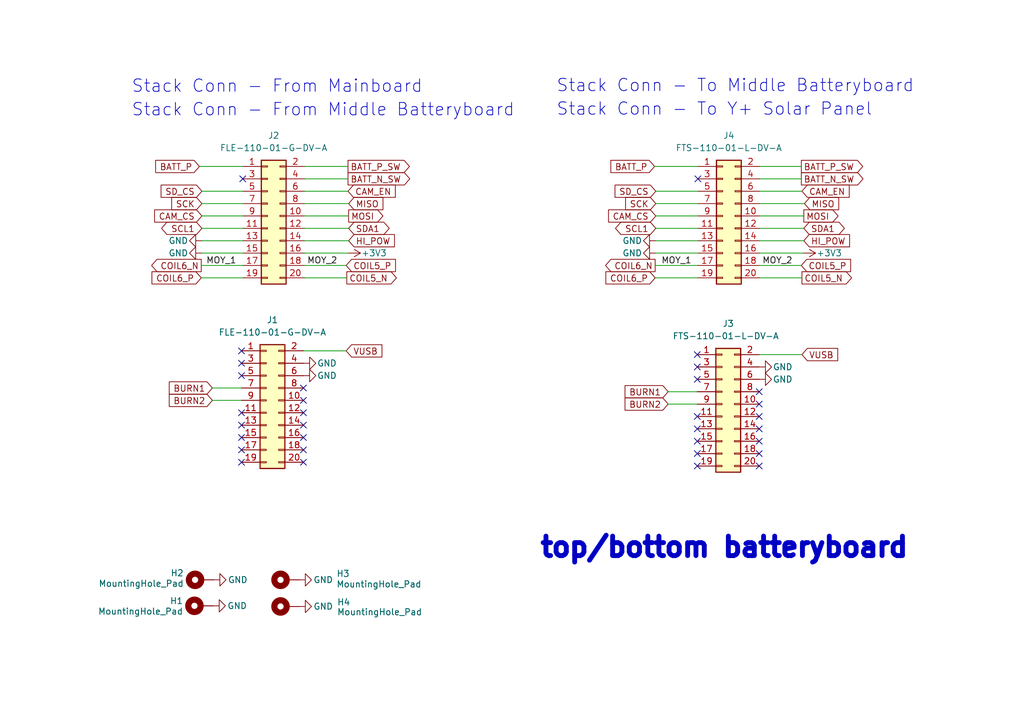
<source format=kicad_sch>
(kicad_sch (version 20211123) (generator eeschema)

  (uuid cc4a9289-e86b-4adc-9840-de6d33438674)

  (paper "A5")

  (title_block
    (title "PyCubed Mini")
    (date "2022-08-20")
    (rev "v02")
    (company "RExLab Carnegie Mellon University")
    (comment 1 "N. Khera")
    (comment 2 "Z. Manchester")
  )

  (lib_symbols
    (symbol "Connector_Generic:Conn_02x10_Odd_Even" (pin_names (offset 1.016) hide) (in_bom yes) (on_board yes)
      (property "Reference" "J" (id 0) (at 1.27 12.7 0)
        (effects (font (size 1.27 1.27)))
      )
      (property "Value" "Conn_02x10_Odd_Even" (id 1) (at 1.27 -15.24 0)
        (effects (font (size 1.27 1.27)))
      )
      (property "Footprint" "" (id 2) (at 0 0 0)
        (effects (font (size 1.27 1.27)) hide)
      )
      (property "Datasheet" "~" (id 3) (at 0 0 0)
        (effects (font (size 1.27 1.27)) hide)
      )
      (property "ki_keywords" "connector" (id 4) (at 0 0 0)
        (effects (font (size 1.27 1.27)) hide)
      )
      (property "ki_description" "Generic connector, double row, 02x10, odd/even pin numbering scheme (row 1 odd numbers, row 2 even numbers), script generated (kicad-library-utils/schlib/autogen/connector/)" (id 5) (at 0 0 0)
        (effects (font (size 1.27 1.27)) hide)
      )
      (property "ki_fp_filters" "Connector*:*_2x??_*" (id 6) (at 0 0 0)
        (effects (font (size 1.27 1.27)) hide)
      )
      (symbol "Conn_02x10_Odd_Even_1_1"
        (rectangle (start -1.27 -12.573) (end 0 -12.827)
          (stroke (width 0.1524) (type default) (color 0 0 0 0))
          (fill (type none))
        )
        (rectangle (start -1.27 -10.033) (end 0 -10.287)
          (stroke (width 0.1524) (type default) (color 0 0 0 0))
          (fill (type none))
        )
        (rectangle (start -1.27 -7.493) (end 0 -7.747)
          (stroke (width 0.1524) (type default) (color 0 0 0 0))
          (fill (type none))
        )
        (rectangle (start -1.27 -4.953) (end 0 -5.207)
          (stroke (width 0.1524) (type default) (color 0 0 0 0))
          (fill (type none))
        )
        (rectangle (start -1.27 -2.413) (end 0 -2.667)
          (stroke (width 0.1524) (type default) (color 0 0 0 0))
          (fill (type none))
        )
        (rectangle (start -1.27 0.127) (end 0 -0.127)
          (stroke (width 0.1524) (type default) (color 0 0 0 0))
          (fill (type none))
        )
        (rectangle (start -1.27 2.667) (end 0 2.413)
          (stroke (width 0.1524) (type default) (color 0 0 0 0))
          (fill (type none))
        )
        (rectangle (start -1.27 5.207) (end 0 4.953)
          (stroke (width 0.1524) (type default) (color 0 0 0 0))
          (fill (type none))
        )
        (rectangle (start -1.27 7.747) (end 0 7.493)
          (stroke (width 0.1524) (type default) (color 0 0 0 0))
          (fill (type none))
        )
        (rectangle (start -1.27 10.287) (end 0 10.033)
          (stroke (width 0.1524) (type default) (color 0 0 0 0))
          (fill (type none))
        )
        (rectangle (start -1.27 11.43) (end 3.81 -13.97)
          (stroke (width 0.254) (type default) (color 0 0 0 0))
          (fill (type background))
        )
        (rectangle (start 3.81 -12.573) (end 2.54 -12.827)
          (stroke (width 0.1524) (type default) (color 0 0 0 0))
          (fill (type none))
        )
        (rectangle (start 3.81 -10.033) (end 2.54 -10.287)
          (stroke (width 0.1524) (type default) (color 0 0 0 0))
          (fill (type none))
        )
        (rectangle (start 3.81 -7.493) (end 2.54 -7.747)
          (stroke (width 0.1524) (type default) (color 0 0 0 0))
          (fill (type none))
        )
        (rectangle (start 3.81 -4.953) (end 2.54 -5.207)
          (stroke (width 0.1524) (type default) (color 0 0 0 0))
          (fill (type none))
        )
        (rectangle (start 3.81 -2.413) (end 2.54 -2.667)
          (stroke (width 0.1524) (type default) (color 0 0 0 0))
          (fill (type none))
        )
        (rectangle (start 3.81 0.127) (end 2.54 -0.127)
          (stroke (width 0.1524) (type default) (color 0 0 0 0))
          (fill (type none))
        )
        (rectangle (start 3.81 2.667) (end 2.54 2.413)
          (stroke (width 0.1524) (type default) (color 0 0 0 0))
          (fill (type none))
        )
        (rectangle (start 3.81 5.207) (end 2.54 4.953)
          (stroke (width 0.1524) (type default) (color 0 0 0 0))
          (fill (type none))
        )
        (rectangle (start 3.81 7.747) (end 2.54 7.493)
          (stroke (width 0.1524) (type default) (color 0 0 0 0))
          (fill (type none))
        )
        (rectangle (start 3.81 10.287) (end 2.54 10.033)
          (stroke (width 0.1524) (type default) (color 0 0 0 0))
          (fill (type none))
        )
        (pin passive line (at -5.08 10.16 0) (length 3.81)
          (name "Pin_1" (effects (font (size 1.27 1.27))))
          (number "1" (effects (font (size 1.27 1.27))))
        )
        (pin passive line (at 7.62 0 180) (length 3.81)
          (name "Pin_10" (effects (font (size 1.27 1.27))))
          (number "10" (effects (font (size 1.27 1.27))))
        )
        (pin passive line (at -5.08 -2.54 0) (length 3.81)
          (name "Pin_11" (effects (font (size 1.27 1.27))))
          (number "11" (effects (font (size 1.27 1.27))))
        )
        (pin passive line (at 7.62 -2.54 180) (length 3.81)
          (name "Pin_12" (effects (font (size 1.27 1.27))))
          (number "12" (effects (font (size 1.27 1.27))))
        )
        (pin passive line (at -5.08 -5.08 0) (length 3.81)
          (name "Pin_13" (effects (font (size 1.27 1.27))))
          (number "13" (effects (font (size 1.27 1.27))))
        )
        (pin passive line (at 7.62 -5.08 180) (length 3.81)
          (name "Pin_14" (effects (font (size 1.27 1.27))))
          (number "14" (effects (font (size 1.27 1.27))))
        )
        (pin passive line (at -5.08 -7.62 0) (length 3.81)
          (name "Pin_15" (effects (font (size 1.27 1.27))))
          (number "15" (effects (font (size 1.27 1.27))))
        )
        (pin passive line (at 7.62 -7.62 180) (length 3.81)
          (name "Pin_16" (effects (font (size 1.27 1.27))))
          (number "16" (effects (font (size 1.27 1.27))))
        )
        (pin passive line (at -5.08 -10.16 0) (length 3.81)
          (name "Pin_17" (effects (font (size 1.27 1.27))))
          (number "17" (effects (font (size 1.27 1.27))))
        )
        (pin passive line (at 7.62 -10.16 180) (length 3.81)
          (name "Pin_18" (effects (font (size 1.27 1.27))))
          (number "18" (effects (font (size 1.27 1.27))))
        )
        (pin passive line (at -5.08 -12.7 0) (length 3.81)
          (name "Pin_19" (effects (font (size 1.27 1.27))))
          (number "19" (effects (font (size 1.27 1.27))))
        )
        (pin passive line (at 7.62 10.16 180) (length 3.81)
          (name "Pin_2" (effects (font (size 1.27 1.27))))
          (number "2" (effects (font (size 1.27 1.27))))
        )
        (pin passive line (at 7.62 -12.7 180) (length 3.81)
          (name "Pin_20" (effects (font (size 1.27 1.27))))
          (number "20" (effects (font (size 1.27 1.27))))
        )
        (pin passive line (at -5.08 7.62 0) (length 3.81)
          (name "Pin_3" (effects (font (size 1.27 1.27))))
          (number "3" (effects (font (size 1.27 1.27))))
        )
        (pin passive line (at 7.62 7.62 180) (length 3.81)
          (name "Pin_4" (effects (font (size 1.27 1.27))))
          (number "4" (effects (font (size 1.27 1.27))))
        )
        (pin passive line (at -5.08 5.08 0) (length 3.81)
          (name "Pin_5" (effects (font (size 1.27 1.27))))
          (number "5" (effects (font (size 1.27 1.27))))
        )
        (pin passive line (at 7.62 5.08 180) (length 3.81)
          (name "Pin_6" (effects (font (size 1.27 1.27))))
          (number "6" (effects (font (size 1.27 1.27))))
        )
        (pin passive line (at -5.08 2.54 0) (length 3.81)
          (name "Pin_7" (effects (font (size 1.27 1.27))))
          (number "7" (effects (font (size 1.27 1.27))))
        )
        (pin passive line (at 7.62 2.54 180) (length 3.81)
          (name "Pin_8" (effects (font (size 1.27 1.27))))
          (number "8" (effects (font (size 1.27 1.27))))
        )
        (pin passive line (at -5.08 0 0) (length 3.81)
          (name "Pin_9" (effects (font (size 1.27 1.27))))
          (number "9" (effects (font (size 1.27 1.27))))
        )
      )
    )
    (symbol "Mechanical:MountingHole_Pad" (pin_numbers hide) (pin_names (offset 1.016) hide) (in_bom yes) (on_board yes)
      (property "Reference" "H" (id 0) (at 0 6.35 0)
        (effects (font (size 1.27 1.27)))
      )
      (property "Value" "MountingHole_Pad" (id 1) (at 0 4.445 0)
        (effects (font (size 1.27 1.27)))
      )
      (property "Footprint" "" (id 2) (at 0 0 0)
        (effects (font (size 1.27 1.27)) hide)
      )
      (property "Datasheet" "~" (id 3) (at 0 0 0)
        (effects (font (size 1.27 1.27)) hide)
      )
      (property "ki_keywords" "mounting hole" (id 4) (at 0 0 0)
        (effects (font (size 1.27 1.27)) hide)
      )
      (property "ki_description" "Mounting Hole with connection" (id 5) (at 0 0 0)
        (effects (font (size 1.27 1.27)) hide)
      )
      (property "ki_fp_filters" "MountingHole*Pad*" (id 6) (at 0 0 0)
        (effects (font (size 1.27 1.27)) hide)
      )
      (symbol "MountingHole_Pad_0_1"
        (circle (center 0 1.27) (radius 1.27)
          (stroke (width 1.27) (type default) (color 0 0 0 0))
          (fill (type none))
        )
      )
      (symbol "MountingHole_Pad_1_1"
        (pin input line (at 0 -2.54 90) (length 2.54)
          (name "1" (effects (font (size 1.27 1.27))))
          (number "1" (effects (font (size 1.27 1.27))))
        )
      )
    )
    (symbol "power:+3V3" (power) (pin_names (offset 0)) (in_bom yes) (on_board yes)
      (property "Reference" "#PWR" (id 0) (at 0 -3.81 0)
        (effects (font (size 1.27 1.27)) hide)
      )
      (property "Value" "+3V3" (id 1) (at 0 3.556 0)
        (effects (font (size 1.27 1.27)))
      )
      (property "Footprint" "" (id 2) (at 0 0 0)
        (effects (font (size 1.27 1.27)) hide)
      )
      (property "Datasheet" "" (id 3) (at 0 0 0)
        (effects (font (size 1.27 1.27)) hide)
      )
      (property "ki_keywords" "power-flag" (id 4) (at 0 0 0)
        (effects (font (size 1.27 1.27)) hide)
      )
      (property "ki_description" "Power symbol creates a global label with name \"+3V3\"" (id 5) (at 0 0 0)
        (effects (font (size 1.27 1.27)) hide)
      )
      (symbol "+3V3_0_1"
        (polyline
          (pts
            (xy -0.762 1.27)
            (xy 0 2.54)
          )
          (stroke (width 0) (type default) (color 0 0 0 0))
          (fill (type none))
        )
        (polyline
          (pts
            (xy 0 0)
            (xy 0 2.54)
          )
          (stroke (width 0) (type default) (color 0 0 0 0))
          (fill (type none))
        )
        (polyline
          (pts
            (xy 0 2.54)
            (xy 0.762 1.27)
          )
          (stroke (width 0) (type default) (color 0 0 0 0))
          (fill (type none))
        )
      )
      (symbol "+3V3_1_1"
        (pin power_in line (at 0 0 90) (length 0) hide
          (name "+3V3" (effects (font (size 1.27 1.27))))
          (number "1" (effects (font (size 1.27 1.27))))
        )
      )
    )
    (symbol "power:GND" (power) (pin_names (offset 0)) (in_bom yes) (on_board yes)
      (property "Reference" "#PWR" (id 0) (at 0 -6.35 0)
        (effects (font (size 1.27 1.27)) hide)
      )
      (property "Value" "GND" (id 1) (at 0 -3.81 0)
        (effects (font (size 1.27 1.27)))
      )
      (property "Footprint" "" (id 2) (at 0 0 0)
        (effects (font (size 1.27 1.27)) hide)
      )
      (property "Datasheet" "" (id 3) (at 0 0 0)
        (effects (font (size 1.27 1.27)) hide)
      )
      (property "ki_keywords" "power-flag" (id 4) (at 0 0 0)
        (effects (font (size 1.27 1.27)) hide)
      )
      (property "ki_description" "Power symbol creates a global label with name \"GND\" , ground" (id 5) (at 0 0 0)
        (effects (font (size 1.27 1.27)) hide)
      )
      (symbol "GND_0_1"
        (polyline
          (pts
            (xy 0 0)
            (xy 0 -1.27)
            (xy 1.27 -1.27)
            (xy 0 -2.54)
            (xy -1.27 -1.27)
            (xy 0 -1.27)
          )
          (stroke (width 0) (type default) (color 0 0 0 0))
          (fill (type none))
        )
      )
      (symbol "GND_1_1"
        (pin power_in line (at 0 0 270) (length 0) hide
          (name "GND" (effects (font (size 1.27 1.27))))
          (number "1" (effects (font (size 1.27 1.27))))
        )
      )
    )
  )


  (no_connect (at 62.23 92.329) (uuid 0755830e-5e27-4dd8-ad1f-4a359abe586b))
  (no_connect (at 49.53 87.249) (uuid 0c7fadca-9d69-4ab6-aa2e-a85238d045d9))
  (no_connect (at 155.702 88.011) (uuid 19983ff1-451f-44d6-bf31-fde7c816cb80))
  (no_connect (at 49.53 77.089) (uuid 19ea91a3-7075-4a7b-bc32-6420731899d5))
  (no_connect (at 143.002 95.631) (uuid 1b1fd2ff-859d-4252-a43b-511832189a04))
  (no_connect (at 155.702 82.931) (uuid 311b4d65-d6ee-4966-9535-3bf4add4f2cc))
  (no_connect (at 143.129 36.703) (uuid 36d129bc-2276-4666-a720-453de2a9f8c0))
  (no_connect (at 49.53 84.709) (uuid 47fcbd50-2f9b-41ea-bdd8-52a8fbcc1b70))
  (no_connect (at 49.784 36.703) (uuid 4aa776a2-16fd-4a82-961a-e7ad6280fac5))
  (no_connect (at 155.702 85.471) (uuid 530325e0-37ee-4d10-8e76-f84f172fb0c7))
  (no_connect (at 62.23 82.169) (uuid 6508c829-7ad7-41e1-852a-ab5cf2c72f42))
  (no_connect (at 143.002 75.311) (uuid 6c31f953-73ce-4507-92b7-1177e07cf0f0))
  (no_connect (at 143.002 93.091) (uuid 6e8d93ac-c675-4504-a3c5-e5ee45b71d17))
  (no_connect (at 155.702 80.391) (uuid 6f1e5a0a-a84d-4024-88e8-a4142e67db9a))
  (no_connect (at 155.702 93.091) (uuid 76706357-55db-4925-a8cc-f9b646b60090))
  (no_connect (at 143.002 77.851) (uuid 77c58dd7-8d9c-4d2a-8a98-94870c17ba77))
  (no_connect (at 143.002 90.551) (uuid 78b0ab73-986f-4001-9daf-ba13c36c649d))
  (no_connect (at 49.53 72.009) (uuid 7e170c15-d389-423e-9d76-d56fa80f023c))
  (no_connect (at 49.53 74.549) (uuid 7e170c15-d389-423e-9d76-d56fa80f023c))
  (no_connect (at 62.23 94.869) (uuid 7f30cde0-5428-4d71-8966-d78305792f52))
  (no_connect (at 62.23 89.789) (uuid 91c7e159-50ba-4ac8-920f-1e0b0948ff6e))
  (no_connect (at 62.23 87.249) (uuid 93d41258-a975-4578-a970-80f4ac379388))
  (no_connect (at 143.002 88.011) (uuid 9bfd190b-65eb-45b6-a267-bcf92ee020a6))
  (no_connect (at 49.53 92.329) (uuid a37601a3-7103-4071-a866-84224f9eeda7))
  (no_connect (at 49.53 89.789) (uuid a88300cb-f8a6-43cd-a957-1cc830822cc8))
  (no_connect (at 155.702 95.631) (uuid b44cba6b-b134-4a95-9554-c3814c92ee14))
  (no_connect (at 143.002 85.471) (uuid b61a9d8a-5258-4d31-9c03-55de655700fa))
  (no_connect (at 62.23 84.709) (uuid c328dbe9-ac56-42d5-9a1d-2233c67331bb))
  (no_connect (at 143.002 72.771) (uuid c349553c-c62a-4832-b8ae-f1a924d364b1))
  (no_connect (at 62.23 79.629) (uuid e49e60b2-0799-4a6d-a47a-3098b1815f84))
  (no_connect (at 49.53 94.869) (uuid ebca35ac-54ec-4e29-9045-0165f125c8b7))
  (no_connect (at 155.702 90.551) (uuid fdeac905-a1e1-4fb6-be6d-2310afd9b5d8))

  (wire (pts (xy 71.374 39.243) (xy 62.484 39.243))
    (stroke (width 0) (type default) (color 0 0 0 0))
    (uuid 0271a32d-77bf-44bf-a504-0bdbd86299a5)
  )
  (wire (pts (xy 155.829 54.483) (xy 164.338 54.483))
    (stroke (width 0) (type default) (color 0 0 0 0))
    (uuid 066cdf03-8f75-4300-b54a-68580680a704)
  )
  (wire (pts (xy 134.493 49.403) (xy 143.129 49.403))
    (stroke (width 0) (type default) (color 0 0 0 0))
    (uuid 108a5c74-6375-483c-9fa8-466d9ff357c9)
  )
  (wire (pts (xy 137.033 80.391) (xy 143.002 80.391))
    (stroke (width 0) (type default) (color 0 0 0 0))
    (uuid 14597433-250d-468b-877b-a126ce1af7e6)
  )
  (wire (pts (xy 143.129 57.023) (xy 134.366 57.023))
    (stroke (width 0) (type default) (color 0 0 0 0))
    (uuid 170b9976-35e3-48e6-aed3-ae29d22f47df)
  )
  (wire (pts (xy 155.829 49.403) (xy 164.846 49.403))
    (stroke (width 0) (type default) (color 0 0 0 0))
    (uuid 219a7fa1-65c5-4f7c-9048-bb7387102a5c)
  )
  (wire (pts (xy 49.784 41.783) (xy 41.402 41.783))
    (stroke (width 0) (type default) (color 0 0 0 0))
    (uuid 2711c304-63a1-4b9e-a841-273d3fbd0805)
  )
  (wire (pts (xy 134.493 46.863) (xy 143.129 46.863))
    (stroke (width 0) (type default) (color 0 0 0 0))
    (uuid 2ced0d9d-fa24-4ed3-a33f-0a4e944b9840)
  )
  (wire (pts (xy 71.12 57.023) (xy 62.484 57.023))
    (stroke (width 0) (type default) (color 0 0 0 0))
    (uuid 2d08fea4-f2e2-4e31-b4d3-8c68c417e2c5)
  )
  (wire (pts (xy 43.561 82.169) (xy 49.53 82.169))
    (stroke (width 0) (type default) (color 0 0 0 0))
    (uuid 2f63a2ec-c46a-4949-aaaa-ce5ea6146185)
  )
  (wire (pts (xy 155.829 39.243) (xy 164.465 39.243))
    (stroke (width 0) (type default) (color 0 0 0 0))
    (uuid 304641ac-d6ca-47a3-a90d-6af32eaca0bc)
  )
  (wire (pts (xy 62.484 34.163) (xy 71.374 34.163))
    (stroke (width 0) (type default) (color 0 0 0 0))
    (uuid 33117960-4077-4986-ac2c-1db72e6dd02c)
  )
  (wire (pts (xy 134.239 34.163) (xy 143.129 34.163))
    (stroke (width 0) (type default) (color 0 0 0 0))
    (uuid 387f25ff-6778-4c03-97ec-8a000eba01ce)
  )
  (wire (pts (xy 164.846 46.863) (xy 155.829 46.863))
    (stroke (width 0) (type default) (color 0 0 0 0))
    (uuid 3c0172b7-49b5-4697-9ade-711b42ce8236)
  )
  (wire (pts (xy 155.829 34.163) (xy 164.338 34.163))
    (stroke (width 0) (type default) (color 0 0 0 0))
    (uuid 3db69f0d-2489-4cfa-8766-5eb2a1eb9681)
  )
  (wire (pts (xy 164.465 72.771) (xy 155.702 72.771))
    (stroke (width 0) (type default) (color 0 0 0 0))
    (uuid 3eb0c83c-490b-4b4f-9e31-73c70d46450e)
  )
  (wire (pts (xy 71.374 51.943) (xy 62.484 51.943))
    (stroke (width 0) (type default) (color 0 0 0 0))
    (uuid 3eb0f414-be57-4a38-9fed-a906f42af909)
  )
  (wire (pts (xy 41.402 46.863) (xy 49.784 46.863))
    (stroke (width 0) (type default) (color 0 0 0 0))
    (uuid 47107869-b923-497b-9c84-953e94413d7f)
  )
  (wire (pts (xy 41.402 49.403) (xy 49.784 49.403))
    (stroke (width 0) (type default) (color 0 0 0 0))
    (uuid 48f3a8a2-dfbc-402a-b4ef-7d8171103933)
  )
  (wire (pts (xy 164.846 44.323) (xy 155.829 44.323))
    (stroke (width 0) (type default) (color 0 0 0 0))
    (uuid 48f603d8-52e1-402e-8880-333c00f82e2f)
  )
  (wire (pts (xy 137.033 82.931) (xy 143.002 82.931))
    (stroke (width 0) (type default) (color 0 0 0 0))
    (uuid 49fe3887-7191-41d4-9391-57fc600ed098)
  )
  (wire (pts (xy 71.501 44.323) (xy 62.484 44.323))
    (stroke (width 0) (type default) (color 0 0 0 0))
    (uuid 5686660c-1293-4f40-8d02-79d79aa589cd)
  )
  (wire (pts (xy 71.501 46.863) (xy 62.484 46.863))
    (stroke (width 0) (type default) (color 0 0 0 0))
    (uuid 578c0051-cbfa-4f07-8f9c-501403c597c5)
  )
  (wire (pts (xy 62.484 54.483) (xy 70.993 54.483))
    (stroke (width 0) (type default) (color 0 0 0 0))
    (uuid 63ead236-7276-41b4-bf5d-0c79bf74b2a1)
  )
  (wire (pts (xy 62.484 49.403) (xy 71.501 49.403))
    (stroke (width 0) (type default) (color 0 0 0 0))
    (uuid 659d322a-d04a-4cad-b886-4eeca9ff314d)
  )
  (wire (pts (xy 62.484 36.703) (xy 71.374 36.703))
    (stroke (width 0) (type default) (color 0 0 0 0))
    (uuid 6e41438d-701a-4c5c-8520-af4bbbeda25c)
  )
  (wire (pts (xy 49.784 57.023) (xy 41.275 57.023))
    (stroke (width 0) (type default) (color 0 0 0 0))
    (uuid 734424dd-2d1f-44dc-9578-0b7e7565d81f)
  )
  (wire (pts (xy 43.561 79.629) (xy 49.53 79.629))
    (stroke (width 0) (type default) (color 0 0 0 0))
    (uuid 7b21458d-1c7f-46c8-8b4f-ad973457cfa0)
  )
  (wire (pts (xy 71.501 41.783) (xy 62.484 41.783))
    (stroke (width 0) (type default) (color 0 0 0 0))
    (uuid 89ed0e4b-2cf5-47b7-9950-7273773bfa20)
  )
  (wire (pts (xy 49.784 51.943) (xy 41.402 51.943))
    (stroke (width 0) (type default) (color 0 0 0 0))
    (uuid 8d3b92c7-b754-4adb-a353-134f45f722f1)
  )
  (wire (pts (xy 41.275 54.483) (xy 49.784 54.483))
    (stroke (width 0) (type default) (color 0 0 0 0))
    (uuid 9be03d8e-aae8-411d-b61b-c49c980d3a07)
  )
  (wire (pts (xy 134.366 54.483) (xy 143.129 54.483))
    (stroke (width 0) (type default) (color 0 0 0 0))
    (uuid 9e6c64c8-c7e7-43b5-8ba8-80f9bfd5f28d)
  )
  (wire (pts (xy 40.894 34.163) (xy 49.784 34.163))
    (stroke (width 0) (type default) (color 0 0 0 0))
    (uuid a072fe7f-60c0-41a1-9588-71148cbdba9b)
  )
  (wire (pts (xy 155.829 36.703) (xy 164.338 36.703))
    (stroke (width 0) (type default) (color 0 0 0 0))
    (uuid a3a3bdc5-b4f1-4e76-af5d-e4a10345d7fa)
  )
  (wire (pts (xy 143.129 41.783) (xy 134.493 41.783))
    (stroke (width 0) (type default) (color 0 0 0 0))
    (uuid a78b4893-a138-4a01-9023-ac8161b91799)
  )
  (wire (pts (xy 41.402 44.323) (xy 49.784 44.323))
    (stroke (width 0) (type default) (color 0 0 0 0))
    (uuid a9fee933-eb98-4b41-a111-caf7c1c7faf3)
  )
  (wire (pts (xy 143.129 39.243) (xy 134.493 39.243))
    (stroke (width 0) (type default) (color 0 0 0 0))
    (uuid c49b1e5d-c22f-49dd-8fa8-25187452e0c0)
  )
  (wire (pts (xy 164.465 57.023) (xy 155.829 57.023))
    (stroke (width 0) (type default) (color 0 0 0 0))
    (uuid cef1ea02-af95-47ef-965a-b5d3d9907982)
  )
  (wire (pts (xy 164.973 41.783) (xy 155.829 41.783))
    (stroke (width 0) (type default) (color 0 0 0 0))
    (uuid d0caaaeb-19b0-414a-94c5-b60cc596a3ab)
  )
  (wire (pts (xy 70.993 72.009) (xy 62.23 72.009))
    (stroke (width 0) (type default) (color 0 0 0 0))
    (uuid d8a6090a-c32e-4f0f-9ed5-09c9d8bca43c)
  )
  (wire (pts (xy 164.719 51.943) (xy 155.829 51.943))
    (stroke (width 0) (type default) (color 0 0 0 0))
    (uuid dfc3b997-bc01-46e6-a1eb-5df6fe295a97)
  )
  (wire (pts (xy 49.784 39.243) (xy 41.402 39.243))
    (stroke (width 0) (type default) (color 0 0 0 0))
    (uuid e2575610-3247-4f3a-a18f-912dd76a8f45)
  )
  (wire (pts (xy 134.493 51.943) (xy 143.129 51.943))
    (stroke (width 0) (type default) (color 0 0 0 0))
    (uuid e8c2e97a-b78e-4202-9435-57b04a1f3227)
  )
  (wire (pts (xy 134.493 44.323) (xy 143.129 44.323))
    (stroke (width 0) (type default) (color 0 0 0 0))
    (uuid eb217801-7792-4122-8cac-8dc112fd3de6)
  )

  (text "Stack Conn - From Mainboard" (at 26.924 19.304 0)
    (effects (font (size 2.54 2.54)) (justify left bottom))
    (uuid 5c26dd20-f029-4d97-97cf-a934358d8351)
  )
  (text "top/bottom batteryboard" (at 110.363 114.808 0)
    (effects (font (size 3.9878 3.9878) (thickness 1.016) bold) (justify left bottom))
    (uuid 8d9e6e47-d918-4bbc-934f-f54ce4c50d5a)
  )
  (text "Stack Conn - To Y+ Solar Panel" (at 114.046 24.003 0)
    (effects (font (size 2.54 2.54)) (justify left bottom))
    (uuid f9ee2b5f-c0fc-41ef-839d-1e31092dcd5b)
  )
  (text "Stack Conn - To Middle Batteryboard" (at 114.046 19.177 0)
    (effects (font (size 2.54 2.54)) (justify left bottom))
    (uuid fa47e993-446b-40c8-bbbf-9c73fb7ef857)
  )
  (text "Stack Conn - From Middle Batteryboard" (at 26.924 24.13 0)
    (effects (font (size 2.54 2.54)) (justify left bottom))
    (uuid fcbc1f87-d02a-4292-91cc-b8037a8f2a0c)
  )

  (label "MOY_2" (at 162.56 54.483 180)
    (effects (font (size 1.27 1.27)) (justify right bottom))
    (uuid 0bf41005-7801-438a-b6f3-cf51239709e8)
  )
  (label "MOY_2" (at 69.215 54.483 180)
    (effects (font (size 1.27 1.27)) (justify right bottom))
    (uuid 13639537-5c55-4d45-ac0f-77744c4635dc)
  )
  (label "MOY_1" (at 141.859 54.483 180)
    (effects (font (size 1.27 1.27)) (justify right bottom))
    (uuid 440cdb84-9628-4dc9-ba7a-7d19f803f383)
  )
  (label "MOY_1" (at 48.514 54.483 180)
    (effects (font (size 1.27 1.27)) (justify right bottom))
    (uuid 6c3633ce-7f5f-4d3f-b8af-28fecba94167)
  )

  (global_label "MOSI" (shape output) (at 164.846 44.323 0) (fields_autoplaced)
    (effects (font (size 1.27 1.27)) (justify left))
    (uuid 036572e2-b1db-4743-9554-ad0df5234c89)
    (property "Intersheet References" "${INTERSHEET_REFS}" (id 0) (at 417.576 -184.277 0)
      (effects (font (size 1.27 1.27)) (justify right) hide)
    )
  )
  (global_label "COIL6_N" (shape output) (at 134.366 54.483 180) (fields_autoplaced)
    (effects (font (size 1.27 1.27)) (justify right))
    (uuid 046e1156-4a03-46b0-8342-84f4b43f347e)
    (property "Intersheet References" "${INTERSHEET_REFS}" (id 0) (at 124.3008 54.4036 0)
      (effects (font (size 1.27 1.27)) (justify right) hide)
    )
  )
  (global_label "MOSI" (shape output) (at 71.501 44.323 0) (fields_autoplaced)
    (effects (font (size 1.27 1.27)) (justify left))
    (uuid 04a2f7de-02f3-4325-a9c2-fbc1d5ac5a3f)
    (property "Intersheet References" "${INTERSHEET_REFS}" (id 0) (at 324.231 -184.277 0)
      (effects (font (size 1.27 1.27)) (justify right) hide)
    )
  )
  (global_label "BATT_N_SW" (shape output) (at 71.374 36.703 0) (fields_autoplaced)
    (effects (font (size 1.27 1.27)) (justify left))
    (uuid 0c13343f-c6a4-4658-8c4d-fac4d459b721)
    (property "Intersheet References" "${INTERSHEET_REFS}" (id 0) (at 83.9187 36.6236 0)
      (effects (font (size 1.27 1.27)) (justify left) hide)
    )
  )
  (global_label "BATT_P_SW" (shape output) (at 164.338 34.163 0) (fields_autoplaced)
    (effects (font (size 1.27 1.27)) (justify left))
    (uuid 144aecf7-cd1d-4038-997d-2c11be90aa6b)
    (property "Intersheet References" "${INTERSHEET_REFS}" (id 0) (at 176.8222 34.2424 0)
      (effects (font (size 1.27 1.27)) (justify left) hide)
    )
  )
  (global_label "BATT_P" (shape input) (at 40.894 34.163 180) (fields_autoplaced)
    (effects (font (size 1.27 1.27)) (justify right))
    (uuid 1fa41939-bb8e-4918-9b50-0f5cd7ab4eff)
    (property "Intersheet References" "${INTERSHEET_REFS}" (id 0) (at -211.836 -189.357 0)
      (effects (font (size 1.27 1.27)) (justify right) hide)
    )
  )
  (global_label "SCK" (shape input) (at 41.402 41.783 180) (fields_autoplaced)
    (effects (font (size 1.27 1.27)) (justify right))
    (uuid 223bc4d5-598f-44a9-b4c4-9e97d17cdb6a)
    (property "Intersheet References" "${INTERSHEET_REFS}" (id 0) (at 316.992 -186.817 0)
      (effects (font (size 1.27 1.27)) (justify left) hide)
    )
  )
  (global_label "HI_POW" (shape input) (at 71.501 49.403 0) (fields_autoplaced)
    (effects (font (size 1.27 1.27)) (justify left))
    (uuid 2b6d4e7e-42bb-4144-b30f-4cb4cff340cb)
    (property "Intersheet References" "${INTERSHEET_REFS}" (id 0) (at 80.78 49.4824 0)
      (effects (font (size 1.27 1.27)) (justify left) hide)
    )
  )
  (global_label "MISO" (shape input) (at 164.973 41.783 0) (fields_autoplaced)
    (effects (font (size 1.27 1.27)) (justify left))
    (uuid 35e0e2b7-cdf8-4036-bcd3-eb027ec05dee)
    (property "Intersheet References" "${INTERSHEET_REFS}" (id 0) (at 417.703 -189.357 0)
      (effects (font (size 1.27 1.27)) (justify right) hide)
    )
  )
  (global_label "COIL5_N" (shape output) (at 164.465 57.023 0) (fields_autoplaced)
    (effects (font (size 1.27 1.27)) (justify left))
    (uuid 3ae6e9a8-d592-40c0-b494-89e2c9e35f5d)
    (property "Intersheet References" "${INTERSHEET_REFS}" (id 0) (at 174.5302 56.9436 0)
      (effects (font (size 1.27 1.27)) (justify left) hide)
    )
  )
  (global_label "MISO" (shape input) (at 71.501 41.783 0) (fields_autoplaced)
    (effects (font (size 1.27 1.27)) (justify left))
    (uuid 3bff7aab-8498-44f3-b305-7004fa8ebed8)
    (property "Intersheet References" "${INTERSHEET_REFS}" (id 0) (at 324.231 -189.357 0)
      (effects (font (size 1.27 1.27)) (justify right) hide)
    )
  )
  (global_label "SD_CS" (shape input) (at 134.493 39.243 180) (fields_autoplaced)
    (effects (font (size 1.27 1.27)) (justify right))
    (uuid 485925cd-fdeb-40b9-b64a-5cbfa67d2d87)
    (property "Intersheet References" "${INTERSHEET_REFS}" (id 0) (at 126.2421 39.3224 0)
      (effects (font (size 1.27 1.27)) (justify right) hide)
    )
  )
  (global_label "CAM_CS" (shape input) (at 134.493 44.323 180) (fields_autoplaced)
    (effects (font (size 1.27 1.27)) (justify right))
    (uuid 48f0e046-e73d-472c-b108-6f8a1e6124ba)
    (property "Intersheet References" "${INTERSHEET_REFS}" (id 0) (at 124.9117 44.4024 0)
      (effects (font (size 1.27 1.27)) (justify right) hide)
    )
  )
  (global_label "SDA1" (shape bidirectional) (at 164.846 46.863 0) (fields_autoplaced)
    (effects (font (size 1.27 1.27)) (justify left))
    (uuid 49765c29-0a2f-482a-8ea7-20102dab6c82)
    (property "Intersheet References" "${INTERSHEET_REFS}" (id 0) (at 171.9478 46.7836 0)
      (effects (font (size 1.27 1.27)) (justify left) hide)
    )
  )
  (global_label "BURN1" (shape input) (at 43.561 79.629 180) (fields_autoplaced)
    (effects (font (size 1.27 1.27)) (justify right))
    (uuid 49ff03bb-081a-4a86-afc2-dff6671d8cf4)
    (property "Intersheet References" "${INTERSHEET_REFS}" (id 0) (at -148.209 -150.241 0)
      (effects (font (size 1.27 1.27)) hide)
    )
  )
  (global_label "HI_POW" (shape input) (at 164.846 49.403 0) (fields_autoplaced)
    (effects (font (size 1.27 1.27)) (justify left))
    (uuid 50e9950a-e609-4232-939e-ccf5f5755111)
    (property "Intersheet References" "${INTERSHEET_REFS}" (id 0) (at 174.125 49.4824 0)
      (effects (font (size 1.27 1.27)) (justify left) hide)
    )
  )
  (global_label "CAM_EN" (shape input) (at 71.374 39.243 0) (fields_autoplaced)
    (effects (font (size 1.27 1.27)) (justify left))
    (uuid 64bc3418-efde-485e-8f2b-1fb7bbc406a9)
    (property "Intersheet References" "${INTERSHEET_REFS}" (id 0) (at 80.9553 39.3224 0)
      (effects (font (size 1.27 1.27)) (justify left) hide)
    )
  )
  (global_label "VUSB" (shape input) (at 164.465 72.771 0) (fields_autoplaced)
    (effects (font (size 1.27 1.27)) (justify left))
    (uuid 776174ef-de3d-470d-a900-1b63b7c55801)
    (property "Intersheet References" "${INTERSHEET_REFS}" (id 0) (at 171.6878 72.8504 0)
      (effects (font (size 1.27 1.27)) (justify left) hide)
    )
  )
  (global_label "COIL5_N" (shape output) (at 71.12 57.023 0) (fields_autoplaced)
    (effects (font (size 1.27 1.27)) (justify left))
    (uuid 7db4fbf4-90b3-4071-8080-24e134ef0039)
    (property "Intersheet References" "${INTERSHEET_REFS}" (id 0) (at 81.1852 56.9436 0)
      (effects (font (size 1.27 1.27)) (justify left) hide)
    )
  )
  (global_label "CAM_CS" (shape input) (at 41.402 44.323 180) (fields_autoplaced)
    (effects (font (size 1.27 1.27)) (justify right))
    (uuid 87ef1066-e1fc-44ee-bf39-f87e4b11f56a)
    (property "Intersheet References" "${INTERSHEET_REFS}" (id 0) (at 31.8207 44.4024 0)
      (effects (font (size 1.27 1.27)) (justify right) hide)
    )
  )
  (global_label "BATT_N_SW" (shape output) (at 164.338 36.703 0) (fields_autoplaced)
    (effects (font (size 1.27 1.27)) (justify left))
    (uuid 92cc31a2-d6e2-436b-bd2e-9c1c366c2422)
    (property "Intersheet References" "${INTERSHEET_REFS}" (id 0) (at 176.8827 36.6236 0)
      (effects (font (size 1.27 1.27)) (justify left) hide)
    )
  )
  (global_label "SCL1" (shape bidirectional) (at 41.402 46.863 180) (fields_autoplaced)
    (effects (font (size 1.27 1.27)) (justify right))
    (uuid 9e9615af-f3c4-4752-b979-d90ab91a69ac)
    (property "Intersheet References" "${INTERSHEET_REFS}" (id 0) (at 34.3607 46.9424 0)
      (effects (font (size 1.27 1.27)) (justify right) hide)
    )
  )
  (global_label "BATT_P" (shape input) (at 134.239 34.163 180) (fields_autoplaced)
    (effects (font (size 1.27 1.27)) (justify right))
    (uuid afcd108c-918d-42fc-bd9a-b4346e8b1a21)
    (property "Intersheet References" "${INTERSHEET_REFS}" (id 0) (at -118.491 -189.357 0)
      (effects (font (size 1.27 1.27)) (justify right) hide)
    )
  )
  (global_label "COIL5_P" (shape input) (at 164.338 54.483 0) (fields_autoplaced)
    (effects (font (size 1.27 1.27)) (justify left))
    (uuid b265b772-2ec4-46bd-9a65-3d02be71aa77)
    (property "Intersheet References" "${INTERSHEET_REFS}" (id 0) (at -60.452 281.813 0)
      (effects (font (size 1.27 1.27)) (justify left) hide)
    )
  )
  (global_label "BATT_P_SW" (shape output) (at 71.374 34.163 0) (fields_autoplaced)
    (effects (font (size 1.27 1.27)) (justify left))
    (uuid c12abb88-9e12-42e8-854c-93dbfdd3f5ca)
    (property "Intersheet References" "${INTERSHEET_REFS}" (id 0) (at 83.8582 34.2424 0)
      (effects (font (size 1.27 1.27)) (justify left) hide)
    )
  )
  (global_label "BURN2" (shape input) (at 43.561 82.169 180) (fields_autoplaced)
    (effects (font (size 1.27 1.27)) (justify right))
    (uuid c85a2e51-93f3-49bf-b2e7-0fcd6ef90237)
    (property "Intersheet References" "${INTERSHEET_REFS}" (id 0) (at 34.8263 82.0896 0)
      (effects (font (size 1.27 1.27)) (justify right) hide)
    )
  )
  (global_label "SD_CS" (shape input) (at 41.402 39.243 180) (fields_autoplaced)
    (effects (font (size 1.27 1.27)) (justify right))
    (uuid c944bcc7-7e51-41c1-83a6-616e570194ae)
    (property "Intersheet References" "${INTERSHEET_REFS}" (id 0) (at 33.1511 39.3224 0)
      (effects (font (size 1.27 1.27)) (justify right) hide)
    )
  )
  (global_label "BURN2" (shape input) (at 137.033 82.931 180) (fields_autoplaced)
    (effects (font (size 1.27 1.27)) (justify right))
    (uuid dc558422-5847-41a6-9667-199ff45fece8)
    (property "Intersheet References" "${INTERSHEET_REFS}" (id 0) (at 128.2983 82.8516 0)
      (effects (font (size 1.27 1.27)) (justify right) hide)
    )
  )
  (global_label "BURN1" (shape input) (at 137.033 80.391 180) (fields_autoplaced)
    (effects (font (size 1.27 1.27)) (justify right))
    (uuid e0e02198-2cd7-4a1b-90b9-bbefd81b85d2)
    (property "Intersheet References" "${INTERSHEET_REFS}" (id 0) (at -54.737 -149.479 0)
      (effects (font (size 1.27 1.27)) hide)
    )
  )
  (global_label "SCL1" (shape bidirectional) (at 134.493 46.863 180) (fields_autoplaced)
    (effects (font (size 1.27 1.27)) (justify right))
    (uuid e184c653-bf1b-4e6d-b6e2-039b5b79e194)
    (property "Intersheet References" "${INTERSHEET_REFS}" (id 0) (at 127.4517 46.9424 0)
      (effects (font (size 1.27 1.27)) (justify right) hide)
    )
  )
  (global_label "SDA1" (shape bidirectional) (at 71.501 46.863 0) (fields_autoplaced)
    (effects (font (size 1.27 1.27)) (justify left))
    (uuid e43c5df3-673f-4405-a583-0ae7862cde1a)
    (property "Intersheet References" "${INTERSHEET_REFS}" (id 0) (at 78.6028 46.7836 0)
      (effects (font (size 1.27 1.27)) (justify left) hide)
    )
  )
  (global_label "COIL6_N" (shape output) (at 41.275 54.483 180) (fields_autoplaced)
    (effects (font (size 1.27 1.27)) (justify right))
    (uuid e8b41962-381f-420b-a8d3-dab9f04b3d30)
    (property "Intersheet References" "${INTERSHEET_REFS}" (id 0) (at 31.2098 54.4036 0)
      (effects (font (size 1.27 1.27)) (justify right) hide)
    )
  )
  (global_label "COIL6_P" (shape input) (at 134.366 57.023 180) (fields_autoplaced)
    (effects (font (size 1.27 1.27)) (justify right))
    (uuid eb529fe8-ad44-476d-8b50-333cae024573)
    (property "Intersheet References" "${INTERSHEET_REFS}" (id 0) (at 124.3613 56.9436 0)
      (effects (font (size 1.27 1.27)) (justify right) hide)
    )
  )
  (global_label "SCK" (shape input) (at 134.493 41.783 180) (fields_autoplaced)
    (effects (font (size 1.27 1.27)) (justify right))
    (uuid ec36cb1c-4151-4fea-8328-7a68e0d5c9d6)
    (property "Intersheet References" "${INTERSHEET_REFS}" (id 0) (at 410.083 -186.817 0)
      (effects (font (size 1.27 1.27)) (justify left) hide)
    )
  )
  (global_label "COIL6_P" (shape input) (at 41.275 57.023 180) (fields_autoplaced)
    (effects (font (size 1.27 1.27)) (justify right))
    (uuid f45e2764-f1f4-4d5e-b8a6-fa7fab7f4f86)
    (property "Intersheet References" "${INTERSHEET_REFS}" (id 0) (at 31.2703 56.9436 0)
      (effects (font (size 1.27 1.27)) (justify right) hide)
    )
  )
  (global_label "COIL5_P" (shape input) (at 70.993 54.483 0) (fields_autoplaced)
    (effects (font (size 1.27 1.27)) (justify left))
    (uuid f6e63924-a067-4f27-804b-5cc5b2279a50)
    (property "Intersheet References" "${INTERSHEET_REFS}" (id 0) (at -153.797 281.813 0)
      (effects (font (size 1.27 1.27)) (justify left) hide)
    )
  )
  (global_label "VUSB" (shape input) (at 70.993 72.009 0) (fields_autoplaced)
    (effects (font (size 1.27 1.27)) (justify left))
    (uuid f76138ad-7de0-42f3-b51b-81dc1d368a3c)
    (property "Intersheet References" "${INTERSHEET_REFS}" (id 0) (at 78.2158 72.0884 0)
      (effects (font (size 1.27 1.27)) (justify left) hide)
    )
  )
  (global_label "CAM_EN" (shape input) (at 164.465 39.243 0) (fields_autoplaced)
    (effects (font (size 1.27 1.27)) (justify left))
    (uuid faddfe7d-e45d-43da-941d-4bdeaab99ebc)
    (property "Intersheet References" "${INTERSHEET_REFS}" (id 0) (at 174.0463 39.3224 0)
      (effects (font (size 1.27 1.27)) (justify left) hide)
    )
  )

  (symbol (lib_id "power:GND") (at 134.493 49.403 270) (mirror x) (unit 1)
    (in_bom yes) (on_board yes)
    (uuid 0cc40537-a164-455c-82a7-e2957de496e2)
    (property "Reference" "#PWR0112" (id 0) (at 128.143 49.403 0)
      (effects (font (size 1.27 1.27)) hide)
    )
    (property "Value" "GND" (id 1) (at 129.667 49.403 90))
    (property "Footprint" "" (id 2) (at 134.493 49.403 0)
      (effects (font (size 1.27 1.27)) hide)
    )
    (property "Datasheet" "" (id 3) (at 134.493 49.403 0)
      (effects (font (size 1.27 1.27)) hide)
    )
    (pin "1" (uuid 7ab3ffe4-b588-43e0-9fd6-062a8d4cd9f1))
  )

  (symbol (lib_id "Connector_Generic:Conn_02x10_Odd_Even") (at 148.082 82.931 0) (unit 1)
    (in_bom yes) (on_board yes)
    (uuid 24f18806-5c33-47b7-8722-8eda3eb9676b)
    (property "Reference" "J3" (id 0) (at 149.352 66.421 0))
    (property "Value" "FTS-110-01-L-DV-A" (id 1) (at 148.844 68.961 0))
    (property "Footprint" "batteryboard:SAMTEC-FTS-110-01-X-DV-A" (id 2) (at 148.082 82.931 0)
      (effects (font (size 1.27 1.27)) hide)
    )
    (property "Datasheet" "~" (id 3) (at 148.082 82.931 0)
      (effects (font (size 1.27 1.27)) hide)
    )
    (pin "1" (uuid 711641ee-01c3-4a04-87b9-e4f030a406ed))
    (pin "10" (uuid 98637cbd-1b60-43a3-ae1c-6a9da8c8f05e))
    (pin "11" (uuid 65483c11-d92f-4a4c-87fb-965cba447a77))
    (pin "12" (uuid 2afe8f3f-b31c-428f-8960-200909cd8e79))
    (pin "13" (uuid 563784c7-e23a-4247-8bb0-6be7ff428ac0))
    (pin "14" (uuid 8d5218fd-1b59-4e9b-b745-a259fed6bc23))
    (pin "15" (uuid 8d98fe1c-25f4-4fb2-8357-f5f3050c65ae))
    (pin "16" (uuid d1171ba6-0755-4c8c-8ef1-07d7f87b19ab))
    (pin "17" (uuid 8e61eb9f-afcb-4086-a1ec-ab9585bea81e))
    (pin "18" (uuid fc38800e-5543-457a-8df7-3c065a80663a))
    (pin "19" (uuid 6bc25923-4d27-40b3-ac70-d08930147c9c))
    (pin "2" (uuid 187b935d-44ce-444d-956e-1e1401ba4378))
    (pin "20" (uuid 054b13a3-1a20-4862-bbe6-318f39eec7e2))
    (pin "3" (uuid 9e2dec7c-f7f2-424f-a367-448b6e7da6b8))
    (pin "4" (uuid 0c486172-f010-42ca-a868-fb0f44eefe4f))
    (pin "5" (uuid 5856c103-1632-4b72-9bf1-444abff120ac))
    (pin "6" (uuid f6ffd4b2-74dc-4372-803e-0871a28f2f7c))
    (pin "7" (uuid bff56b9c-a752-4ac4-b152-1ee843dca363))
    (pin "8" (uuid 645831ec-13ff-419f-a057-3d20541bf617))
    (pin "9" (uuid b6c0aee6-f527-4f8e-bda8-7c479d2586fd))
  )

  (symbol (lib_id "power:GND") (at 43.688 124.333 90) (unit 1)
    (in_bom yes) (on_board yes)
    (uuid 2fe92f9b-1b9b-45dd-9da3-1e9c40e3854f)
    (property "Reference" "#PWR0103" (id 0) (at 50.038 124.333 0)
      (effects (font (size 1.27 1.27)) hide)
    )
    (property "Value" "GND" (id 1) (at 48.641 124.333 90))
    (property "Footprint" "" (id 2) (at 43.688 124.333 0)
      (effects (font (size 1.27 1.27)) hide)
    )
    (property "Datasheet" "" (id 3) (at 43.688 124.333 0)
      (effects (font (size 1.27 1.27)) hide)
    )
    (pin "1" (uuid fe2ee88a-1e6c-402e-9cf2-c8fb3a544824))
  )

  (symbol (lib_id "power:GND") (at 41.402 51.943 270) (mirror x) (unit 1)
    (in_bom yes) (on_board yes)
    (uuid 3a4a8aa6-52cc-4d90-8dce-98eb53a7170e)
    (property "Reference" "#PWR0115" (id 0) (at 35.052 51.943 0)
      (effects (font (size 1.27 1.27)) hide)
    )
    (property "Value" "GND" (id 1) (at 36.576 51.943 90))
    (property "Footprint" "" (id 2) (at 41.402 51.943 0)
      (effects (font (size 1.27 1.27)) hide)
    )
    (property "Datasheet" "" (id 3) (at 41.402 51.943 0)
      (effects (font (size 1.27 1.27)) hide)
    )
    (pin "1" (uuid 199ea6de-b63d-465e-9f39-0cd22d5ad9d3))
  )

  (symbol (lib_id "power:GND") (at 134.493 51.943 270) (mirror x) (unit 1)
    (in_bom yes) (on_board yes)
    (uuid 407d9a45-52b2-4320-a99e-31eae217910e)
    (property "Reference" "#PWR0111" (id 0) (at 128.143 51.943 0)
      (effects (font (size 1.27 1.27)) hide)
    )
    (property "Value" "GND" (id 1) (at 129.667 51.943 90))
    (property "Footprint" "" (id 2) (at 134.493 51.943 0)
      (effects (font (size 1.27 1.27)) hide)
    )
    (property "Datasheet" "" (id 3) (at 134.493 51.943 0)
      (effects (font (size 1.27 1.27)) hide)
    )
    (pin "1" (uuid 62e2cbdf-6212-4965-8332-e643bdad522f))
  )

  (symbol (lib_id "power:GND") (at 62.23 77.089 90) (mirror x) (unit 1)
    (in_bom yes) (on_board yes)
    (uuid 472fded2-79b0-4f84-aaeb-3b1549eb799a)
    (property "Reference" "#PWR0110" (id 0) (at 68.58 77.089 0)
      (effects (font (size 1.27 1.27)) hide)
    )
    (property "Value" "GND" (id 1) (at 67.056 77.089 90))
    (property "Footprint" "" (id 2) (at 62.23 77.089 0)
      (effects (font (size 1.27 1.27)) hide)
    )
    (property "Datasheet" "" (id 3) (at 62.23 77.089 0)
      (effects (font (size 1.27 1.27)) hide)
    )
    (pin "1" (uuid 7441a291-1828-4db4-b456-1122292bbafc))
  )

  (symbol (lib_id "Connector_Generic:Conn_02x10_Odd_Even") (at 54.864 44.323 0) (unit 1)
    (in_bom yes) (on_board yes)
    (uuid 47b0fd75-24d0-4dd2-8d49-edc564862838)
    (property "Reference" "J2" (id 0) (at 56.134 27.813 0))
    (property "Value" "FLE-110-01-G-DV-A" (id 1) (at 56.134 30.3499 0))
    (property "Footprint" "mainboard:SAMTEC_FLE-110-01-G-DV-A" (id 2) (at 54.864 44.323 0)
      (effects (font (size 1.27 1.27)) hide)
    )
    (property "Datasheet" "~" (id 3) (at 54.864 44.323 0)
      (effects (font (size 1.27 1.27)) hide)
    )
    (pin "1" (uuid e5ceacae-f9e8-49b5-b805-d3bbbe7b594c))
    (pin "10" (uuid 53d731a7-8fa0-4fc6-ae52-94a2605b3e02))
    (pin "11" (uuid db9824ae-9ca3-4959-aae3-63c571bebc4d))
    (pin "12" (uuid 191b7aad-1ae3-4b32-aea3-b5d5c9984725))
    (pin "13" (uuid 686ebc90-5bd0-43ab-beb7-108e1c1a82e2))
    (pin "14" (uuid 6ebcda6f-7c82-44de-8ee4-67b88ad2cc79))
    (pin "15" (uuid 109e0423-1a26-4e42-b7e0-c26147c74342))
    (pin "16" (uuid f168133a-21ae-4d62-915a-c1f0daf618fc))
    (pin "17" (uuid 0f760ad2-578e-4c4f-a912-3ac3fc916cfd))
    (pin "18" (uuid c8416e3a-fcb6-47b7-93de-89f07d611316))
    (pin "19" (uuid 244d03f8-91d2-4171-8d9c-ac6ebccb4673))
    (pin "2" (uuid 9444f479-2bde-4572-8ef6-99c9f640bbe8))
    (pin "20" (uuid d374f7b0-af07-40f6-8969-99fd415babce))
    (pin "3" (uuid e199d667-48c8-4bb9-a5b7-7781eefb5129))
    (pin "4" (uuid 77f7fd2c-a189-427c-8b85-f0d759f77893))
    (pin "5" (uuid 3aeddcf7-061a-43d6-b827-abd20eb27cd5))
    (pin "6" (uuid 405a6282-ca9e-49a7-ab48-3ccc73a3d5e9))
    (pin "7" (uuid c97cb032-971e-43b2-9b56-bf9b15233a01))
    (pin "8" (uuid 0be39d7c-4745-457d-9dd3-676c9df9ac5a))
    (pin "9" (uuid 47a3a330-cc18-4e3b-a304-ec7395ccb277))
  )

  (symbol (lib_id "power:+3V3") (at 71.374 51.943 270) (mirror x) (unit 1)
    (in_bom yes) (on_board yes)
    (uuid 536751eb-f9fa-4093-a80e-df266b88c26f)
    (property "Reference" "#PWR0108" (id 0) (at 67.564 51.943 0)
      (effects (font (size 1.27 1.27)) hide)
    )
    (property "Value" "+3V3" (id 1) (at 76.708 51.943 90))
    (property "Footprint" "" (id 2) (at 71.374 51.943 0)
      (effects (font (size 1.27 1.27)) hide)
    )
    (property "Datasheet" "" (id 3) (at 71.374 51.943 0)
      (effects (font (size 1.27 1.27)) hide)
    )
    (pin "1" (uuid af228325-ade7-42b4-b9ae-f1d392ddee49))
  )

  (symbol (lib_id "Mechanical:MountingHole_Pad") (at 41.148 124.333 90) (unit 1)
    (in_bom yes) (on_board yes)
    (uuid 5a4e0212-db20-4e54-af24-453bc0252d21)
    (property "Reference" "H1" (id 0) (at 36.195 123.317 90))
    (property "Value" "MountingHole_Pad" (id 1) (at 28.829 125.476 90))
    (property "Footprint" "mainboard:MountingHole" (id 2) (at 41.148 124.333 0)
      (effects (font (size 1.27 1.27)) hide)
    )
    (property "Datasheet" "~" (id 3) (at 41.148 124.333 0)
      (effects (font (size 1.27 1.27)) hide)
    )
    (pin "1" (uuid b6ae1bb2-1bea-4e67-b9a8-257b5a70235b))
  )

  (symbol (lib_id "Connector_Generic:Conn_02x10_Odd_Even") (at 54.61 82.169 0) (unit 1)
    (in_bom yes) (on_board yes)
    (uuid 767e258d-4f5c-4ab5-8b06-b426fe152faa)
    (property "Reference" "J1" (id 0) (at 55.88 65.659 0))
    (property "Value" "FLE-110-01-G-DV-A" (id 1) (at 55.88 68.1959 0))
    (property "Footprint" "mainboard:SAMTEC_FLE-110-01-G-DV-A" (id 2) (at 54.61 82.169 0)
      (effects (font (size 1.27 1.27)) hide)
    )
    (property "Datasheet" "~" (id 3) (at 54.61 82.169 0)
      (effects (font (size 1.27 1.27)) hide)
    )
    (pin "1" (uuid 7ca60985-2209-4adb-be25-901312172173))
    (pin "10" (uuid 18bc96c2-94f1-4f67-8cc5-91b049d22f81))
    (pin "11" (uuid fbfb584a-516e-47e3-95d7-65d510389849))
    (pin "12" (uuid 4f0319bb-7b98-431c-9bde-100130300fd1))
    (pin "13" (uuid cc50f9af-c4fb-427d-a314-8cfdea833e14))
    (pin "14" (uuid e89b0f6a-4e5c-422d-944a-b383b9548a64))
    (pin "15" (uuid dc6df647-08cd-4254-a204-72c5c02d9943))
    (pin "16" (uuid cd24ea8b-c9e9-486d-8b26-0806a492aada))
    (pin "17" (uuid 895d7d2d-8a3e-488e-8dfb-8fa8989dff9d))
    (pin "18" (uuid f070d984-570d-4b28-95e1-31bcee9ba885))
    (pin "19" (uuid 14b09858-dbe3-4f8e-9b8d-55f4a39fd30e))
    (pin "2" (uuid c0fa61b8-b060-445f-9e7a-5c87a88055d7))
    (pin "20" (uuid b963baba-6ae3-433e-a950-2e73c527c581))
    (pin "3" (uuid bd3bea9d-a681-484d-a48f-21b339a46dc9))
    (pin "4" (uuid 322c6609-8009-41d2-8320-50dc04f93184))
    (pin "5" (uuid f8f1b525-84a7-4dc1-92f0-355578d5e3a7))
    (pin "6" (uuid 7400dd16-0d64-42a8-88e2-5fa3a894d923))
    (pin "7" (uuid 1e8e0b43-777c-4440-9c10-866d6272b5c9))
    (pin "8" (uuid 476b71f7-d348-4afc-8f4f-e31b7a9d386a))
    (pin "9" (uuid 56972279-5d4b-482d-95cf-5cbc9314ee49))
  )

  (symbol (lib_id "power:GND") (at 155.702 77.851 90) (mirror x) (unit 1)
    (in_bom yes) (on_board yes)
    (uuid 76a19849-dc94-42f8-8b55-81992723b937)
    (property "Reference" "#PWR0104" (id 0) (at 162.052 77.851 0)
      (effects (font (size 1.27 1.27)) hide)
    )
    (property "Value" "GND" (id 1) (at 160.528 77.851 90))
    (property "Footprint" "" (id 2) (at 155.702 77.851 0)
      (effects (font (size 1.27 1.27)) hide)
    )
    (property "Datasheet" "" (id 3) (at 155.702 77.851 0)
      (effects (font (size 1.27 1.27)) hide)
    )
    (pin "1" (uuid e806a816-7306-4ffb-ad8d-1a72b27a1f3b))
  )

  (symbol (lib_id "Mechanical:MountingHole_Pad") (at 58.801 118.999 90) (unit 1)
    (in_bom yes) (on_board yes)
    (uuid 7d973a53-3bcb-426a-bc8e-debe3534d81b)
    (property "Reference" "H3" (id 0) (at 70.358 117.729 90))
    (property "Value" "MountingHole_Pad" (id 1) (at 77.724 119.888 90))
    (property "Footprint" "mainboard:MountingHole" (id 2) (at 58.801 118.999 0)
      (effects (font (size 1.27 1.27)) hide)
    )
    (property "Datasheet" "~" (id 3) (at 58.801 118.999 0)
      (effects (font (size 1.27 1.27)) hide)
    )
    (pin "1" (uuid a3470dc5-276b-4f5d-b413-faf3bdc72bcf))
  )

  (symbol (lib_id "Mechanical:MountingHole_Pad") (at 58.801 124.46 90) (unit 1)
    (in_bom yes) (on_board yes)
    (uuid 9d150d95-1436-4e69-99e3-f6d7d9fa870d)
    (property "Reference" "H4" (id 0) (at 70.485 123.571 90))
    (property "Value" "MountingHole_Pad" (id 1) (at 77.851 125.603 90))
    (property "Footprint" "mainboard:MountingHole" (id 2) (at 58.801 124.46 0)
      (effects (font (size 1.27 1.27)) hide)
    )
    (property "Datasheet" "~" (id 3) (at 58.801 124.46 0)
      (effects (font (size 1.27 1.27)) hide)
    )
    (pin "1" (uuid 51630e57-df5e-46f7-b7eb-86f5d6dec962))
  )

  (symbol (lib_id "power:+3V3") (at 164.719 51.943 270) (mirror x) (unit 1)
    (in_bom yes) (on_board yes)
    (uuid a5e95050-7e45-49a9-9565-2175bf610b2c)
    (property "Reference" "#PWR0113" (id 0) (at 160.909 51.943 0)
      (effects (font (size 1.27 1.27)) hide)
    )
    (property "Value" "+3V3" (id 1) (at 170.053 51.943 90))
    (property "Footprint" "" (id 2) (at 164.719 51.943 0)
      (effects (font (size 1.27 1.27)) hide)
    )
    (property "Datasheet" "" (id 3) (at 164.719 51.943 0)
      (effects (font (size 1.27 1.27)) hide)
    )
    (pin "1" (uuid 3ddf6cb8-0e52-4b89-84b5-fd17dd23c2f0))
  )

  (symbol (lib_id "power:GND") (at 62.23 74.549 90) (mirror x) (unit 1)
    (in_bom yes) (on_board yes)
    (uuid a7e5203c-2498-4046-8dfc-2343536d9e29)
    (property "Reference" "#PWR0109" (id 0) (at 68.58 74.549 0)
      (effects (font (size 1.27 1.27)) hide)
    )
    (property "Value" "GND" (id 1) (at 67.056 74.549 90))
    (property "Footprint" "" (id 2) (at 62.23 74.549 0)
      (effects (font (size 1.27 1.27)) hide)
    )
    (property "Datasheet" "" (id 3) (at 62.23 74.549 0)
      (effects (font (size 1.27 1.27)) hide)
    )
    (pin "1" (uuid 198856dc-d7ba-4053-aa30-0c0fe4d8a664))
  )

  (symbol (lib_id "power:GND") (at 155.702 75.311 90) (mirror x) (unit 1)
    (in_bom yes) (on_board yes)
    (uuid b3b6d4d5-fc97-4f2e-84d6-09bbb603661f)
    (property "Reference" "#PWR0107" (id 0) (at 162.052 75.311 0)
      (effects (font (size 1.27 1.27)) hide)
    )
    (property "Value" "GND" (id 1) (at 160.528 75.311 90))
    (property "Footprint" "" (id 2) (at 155.702 75.311 0)
      (effects (font (size 1.27 1.27)) hide)
    )
    (property "Datasheet" "" (id 3) (at 155.702 75.311 0)
      (effects (font (size 1.27 1.27)) hide)
    )
    (pin "1" (uuid 88979b13-db2d-4fee-8231-55ff2c5f07e4))
  )

  (symbol (lib_id "Mechanical:MountingHole_Pad") (at 41.275 118.999 90) (unit 1)
    (in_bom yes) (on_board yes)
    (uuid b7d85c7b-5a18-4608-b3af-6f1c130c7e27)
    (property "Reference" "H2" (id 0) (at 36.322 117.602 90))
    (property "Value" "MountingHole_Pad" (id 1) (at 28.956 119.761 90))
    (property "Footprint" "mainboard:MountingHole" (id 2) (at 41.275 118.999 0)
      (effects (font (size 1.27 1.27)) hide)
    )
    (property "Datasheet" "~" (id 3) (at 41.275 118.999 0)
      (effects (font (size 1.27 1.27)) hide)
    )
    (pin "1" (uuid 7e9ca2fe-7bf9-4477-a3fc-2586614a09b0))
  )

  (symbol (lib_id "power:GND") (at 61.341 118.999 90) (unit 1)
    (in_bom yes) (on_board yes)
    (uuid c731c276-2bc0-4000-8824-a0ab5535e135)
    (property "Reference" "#PWR0105" (id 0) (at 67.691 118.999 0)
      (effects (font (size 1.27 1.27)) hide)
    )
    (property "Value" "GND" (id 1) (at 66.294 118.999 90))
    (property "Footprint" "" (id 2) (at 61.341 118.999 0)
      (effects (font (size 1.27 1.27)) hide)
    )
    (property "Datasheet" "" (id 3) (at 61.341 118.999 0)
      (effects (font (size 1.27 1.27)) hide)
    )
    (pin "1" (uuid d6fcb0f6-fc83-42f4-9588-311f49d545d7))
  )

  (symbol (lib_id "power:GND") (at 61.341 124.46 90) (unit 1)
    (in_bom yes) (on_board yes)
    (uuid d15a0174-31d8-4a1d-b5a2-e28eeb78d11e)
    (property "Reference" "#PWR0106" (id 0) (at 67.691 124.46 0)
      (effects (font (size 1.27 1.27)) hide)
    )
    (property "Value" "GND" (id 1) (at 66.294 124.46 90))
    (property "Footprint" "" (id 2) (at 61.341 124.46 0)
      (effects (font (size 1.27 1.27)) hide)
    )
    (property "Datasheet" "" (id 3) (at 61.341 124.46 0)
      (effects (font (size 1.27 1.27)) hide)
    )
    (pin "1" (uuid 8ca26d17-35bf-49a1-9dcf-34de74c8f008))
  )

  (symbol (lib_id "power:GND") (at 43.815 118.999 90) (unit 1)
    (in_bom yes) (on_board yes)
    (uuid db3b0fe0-59e9-424c-97c0-3da00960bd3f)
    (property "Reference" "#PWR0102" (id 0) (at 50.165 118.999 0)
      (effects (font (size 1.27 1.27)) hide)
    )
    (property "Value" "GND" (id 1) (at 48.768 118.999 90))
    (property "Footprint" "" (id 2) (at 43.815 118.999 0)
      (effects (font (size 1.27 1.27)) hide)
    )
    (property "Datasheet" "" (id 3) (at 43.815 118.999 0)
      (effects (font (size 1.27 1.27)) hide)
    )
    (pin "1" (uuid b10d2ae8-7638-47d9-9d9f-bd1791d7a1b0))
  )

  (symbol (lib_id "power:GND") (at 41.402 49.403 270) (mirror x) (unit 1)
    (in_bom yes) (on_board yes)
    (uuid eb389683-917b-4a8f-9cc5-14893a863851)
    (property "Reference" "#PWR0114" (id 0) (at 35.052 49.403 0)
      (effects (font (size 1.27 1.27)) hide)
    )
    (property "Value" "GND" (id 1) (at 36.576 49.403 90))
    (property "Footprint" "" (id 2) (at 41.402 49.403 0)
      (effects (font (size 1.27 1.27)) hide)
    )
    (property "Datasheet" "" (id 3) (at 41.402 49.403 0)
      (effects (font (size 1.27 1.27)) hide)
    )
    (pin "1" (uuid 9956c431-0098-4b1c-b900-9f9dad453fb6))
  )

  (symbol (lib_id "Connector_Generic:Conn_02x10_Odd_Even") (at 148.209 44.323 0) (unit 1)
    (in_bom yes) (on_board yes)
    (uuid fa473fd6-e63a-4540-a29e-44785d73cf49)
    (property "Reference" "J4" (id 0) (at 149.479 27.813 0))
    (property "Value" "FTS-110-01-L-DV-A" (id 1) (at 149.479 30.3499 0))
    (property "Footprint" "batteryboard:SAMTEC-FTS-110-01-X-DV-A" (id 2) (at 148.209 44.323 0)
      (effects (font (size 1.27 1.27)) hide)
    )
    (property "Datasheet" "~" (id 3) (at 148.209 44.323 0)
      (effects (font (size 1.27 1.27)) hide)
    )
    (pin "1" (uuid a9a250a4-9a54-4804-be8a-0746771fe4a4))
    (pin "10" (uuid 74cf8db5-e0e2-47ca-9c42-da6c87ab471e))
    (pin "11" (uuid bef793ea-ec86-424a-aeeb-9224d5457c30))
    (pin "12" (uuid 1ece0fda-33d3-4316-acb4-c55542c71cd7))
    (pin "13" (uuid f16d94fb-7efc-4962-ae3a-02260318a900))
    (pin "14" (uuid 9f07252c-06e0-460b-a977-f233b8bca45c))
    (pin "15" (uuid 096c5770-46e0-4417-a9dc-4920a0912be4))
    (pin "16" (uuid 0bd2e420-60f0-4fc8-a691-c19e3b070596))
    (pin "17" (uuid 6f7ffeaf-7aca-4b07-a962-42c9998eadea))
    (pin "18" (uuid 0121a47c-ea59-4ad5-828f-d3323229d7ac))
    (pin "19" (uuid 1d1cf860-5490-46a4-86a7-03272f31f87d))
    (pin "2" (uuid 308ff45e-b741-4667-9d56-5ecc3354f656))
    (pin "20" (uuid 67c7f65d-ce64-498c-9aea-76b8ec21bf79))
    (pin "3" (uuid 84f6aad2-79d5-4b9f-a6d0-315e5673b49c))
    (pin "4" (uuid ab3b75e7-91e0-4240-869e-1a9f6419de92))
    (pin "5" (uuid 8531b1bf-ccef-4953-8e3f-ab656d76803b))
    (pin "6" (uuid 0d4f0b5d-d7ee-4da1-8004-661429341e61))
    (pin "7" (uuid d247d671-c4cc-4cec-9c10-20640b43ea2a))
    (pin "8" (uuid 2c59fc74-3607-42e9-b328-6fe87645e08f))
    (pin "9" (uuid d4e45c34-99ba-4dfb-b954-f1d6e6154661))
  )

  (sheet_instances
    (path "/" (page "1"))
  )

  (symbol_instances
    (path "/db3b0fe0-59e9-424c-97c0-3da00960bd3f"
      (reference "#PWR0102") (unit 1) (value "GND") (footprint "")
    )
    (path "/2fe92f9b-1b9b-45dd-9da3-1e9c40e3854f"
      (reference "#PWR0103") (unit 1) (value "GND") (footprint "")
    )
    (path "/76a19849-dc94-42f8-8b55-81992723b937"
      (reference "#PWR0104") (unit 1) (value "GND") (footprint "")
    )
    (path "/c731c276-2bc0-4000-8824-a0ab5535e135"
      (reference "#PWR0105") (unit 1) (value "GND") (footprint "")
    )
    (path "/d15a0174-31d8-4a1d-b5a2-e28eeb78d11e"
      (reference "#PWR0106") (unit 1) (value "GND") (footprint "")
    )
    (path "/b3b6d4d5-fc97-4f2e-84d6-09bbb603661f"
      (reference "#PWR0107") (unit 1) (value "GND") (footprint "")
    )
    (path "/536751eb-f9fa-4093-a80e-df266b88c26f"
      (reference "#PWR0108") (unit 1) (value "+3V3") (footprint "")
    )
    (path "/a7e5203c-2498-4046-8dfc-2343536d9e29"
      (reference "#PWR0109") (unit 1) (value "GND") (footprint "")
    )
    (path "/472fded2-79b0-4f84-aaeb-3b1549eb799a"
      (reference "#PWR0110") (unit 1) (value "GND") (footprint "")
    )
    (path "/407d9a45-52b2-4320-a99e-31eae217910e"
      (reference "#PWR0111") (unit 1) (value "GND") (footprint "")
    )
    (path "/0cc40537-a164-455c-82a7-e2957de496e2"
      (reference "#PWR0112") (unit 1) (value "GND") (footprint "")
    )
    (path "/a5e95050-7e45-49a9-9565-2175bf610b2c"
      (reference "#PWR0113") (unit 1) (value "+3V3") (footprint "")
    )
    (path "/eb389683-917b-4a8f-9cc5-14893a863851"
      (reference "#PWR0114") (unit 1) (value "GND") (footprint "")
    )
    (path "/3a4a8aa6-52cc-4d90-8dce-98eb53a7170e"
      (reference "#PWR0115") (unit 1) (value "GND") (footprint "")
    )
    (path "/5a4e0212-db20-4e54-af24-453bc0252d21"
      (reference "H1") (unit 1) (value "MountingHole_Pad") (footprint "mainboard:MountingHole")
    )
    (path "/b7d85c7b-5a18-4608-b3af-6f1c130c7e27"
      (reference "H2") (unit 1) (value "MountingHole_Pad") (footprint "mainboard:MountingHole")
    )
    (path "/7d973a53-3bcb-426a-bc8e-debe3534d81b"
      (reference "H3") (unit 1) (value "MountingHole_Pad") (footprint "mainboard:MountingHole")
    )
    (path "/9d150d95-1436-4e69-99e3-f6d7d9fa870d"
      (reference "H4") (unit 1) (value "MountingHole_Pad") (footprint "mainboard:MountingHole")
    )
    (path "/767e258d-4f5c-4ab5-8b06-b426fe152faa"
      (reference "J1") (unit 1) (value "FLE-110-01-G-DV-A") (footprint "mainboard:SAMTEC_FLE-110-01-G-DV-A")
    )
    (path "/47b0fd75-24d0-4dd2-8d49-edc564862838"
      (reference "J2") (unit 1) (value "FLE-110-01-G-DV-A") (footprint "mainboard:SAMTEC_FLE-110-01-G-DV-A")
    )
    (path "/24f18806-5c33-47b7-8722-8eda3eb9676b"
      (reference "J3") (unit 1) (value "FTS-110-01-L-DV-A") (footprint "batteryboard:SAMTEC-FTS-110-01-X-DV-A")
    )
    (path "/fa473fd6-e63a-4540-a29e-44785d73cf49"
      (reference "J4") (unit 1) (value "FTS-110-01-L-DV-A") (footprint "batteryboard:SAMTEC-FTS-110-01-X-DV-A")
    )
  )
)

</source>
